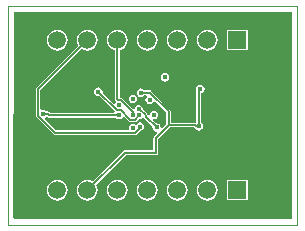
<source format=gbl>
G04 Layer_Physical_Order=4*
G04 Layer_Color=16711680*
%FSAX44Y44*%
%MOMM*%
G71*
G01*
G75*
%ADD18C,0.1524*%
%ADD19C,0.1270*%
%ADD20C,0.1016*%
%ADD21C,1.5000*%
%ADD22R,1.5000X1.5000*%
%ADD23C,0.4500*%
%ADD24C,0.4000*%
G36*
X00260250Y00006063D02*
X00259750Y00005000D01*
X00025649D01*
X00024751Y00005899D01*
X00025000Y00180000D01*
X00260250D01*
Y00006063D01*
D02*
G37*
%LPC*%
G36*
X00163450Y00038346D02*
X00161161Y00038044D01*
X00159027Y00037161D01*
X00157195Y00035755D01*
X00155789Y00033923D01*
X00154906Y00031789D01*
X00154604Y00029500D01*
X00154906Y00027211D01*
X00155789Y00025077D01*
X00157195Y00023245D01*
X00159027Y00021839D01*
X00161161Y00020956D01*
X00163450Y00020654D01*
X00165739Y00020956D01*
X00167873Y00021839D01*
X00169705Y00023245D01*
X00171111Y00025077D01*
X00171994Y00027211D01*
X00172296Y00029500D01*
X00171994Y00031789D01*
X00171111Y00033923D01*
X00169705Y00035755D01*
X00167873Y00037161D01*
X00165739Y00038044D01*
X00163450Y00038346D01*
D02*
G37*
G36*
X00188850D02*
X00186561Y00038044D01*
X00184427Y00037161D01*
X00182595Y00035755D01*
X00181189Y00033923D01*
X00180306Y00031789D01*
X00180004Y00029500D01*
X00180306Y00027211D01*
X00181189Y00025077D01*
X00182595Y00023245D01*
X00184427Y00021839D01*
X00186561Y00020956D01*
X00188850Y00020654D01*
X00191139Y00020956D01*
X00193273Y00021839D01*
X00195105Y00023245D01*
X00196511Y00025077D01*
X00197394Y00027211D01*
X00197696Y00029500D01*
X00197394Y00031789D01*
X00196511Y00033923D01*
X00195105Y00035755D01*
X00193273Y00037161D01*
X00191139Y00038044D01*
X00188850Y00038346D01*
D02*
G37*
G36*
X00223020Y00038270D02*
X00205480D01*
Y00020730D01*
X00223020D01*
Y00038270D01*
D02*
G37*
G36*
X00061850Y00038346D02*
X00059561Y00038044D01*
X00057427Y00037161D01*
X00055595Y00035755D01*
X00054189Y00033923D01*
X00053306Y00031789D01*
X00053004Y00029500D01*
X00053306Y00027211D01*
X00054189Y00025077D01*
X00055595Y00023245D01*
X00057427Y00021839D01*
X00059561Y00020956D01*
X00061850Y00020654D01*
X00064139Y00020956D01*
X00066273Y00021839D01*
X00068105Y00023245D01*
X00069511Y00025077D01*
X00070394Y00027211D01*
X00070696Y00029500D01*
X00070394Y00031789D01*
X00069511Y00033923D01*
X00068105Y00035755D01*
X00066273Y00037161D01*
X00064139Y00038044D01*
X00061850Y00038346D01*
D02*
G37*
G36*
X00112650D02*
X00110361Y00038044D01*
X00108227Y00037161D01*
X00106395Y00035755D01*
X00104989Y00033923D01*
X00104106Y00031789D01*
X00103804Y00029500D01*
X00104106Y00027211D01*
X00104989Y00025077D01*
X00106395Y00023245D01*
X00108227Y00021839D01*
X00110361Y00020956D01*
X00112650Y00020654D01*
X00114939Y00020956D01*
X00117073Y00021839D01*
X00118905Y00023245D01*
X00120311Y00025077D01*
X00121194Y00027211D01*
X00121496Y00029500D01*
X00121194Y00031789D01*
X00120311Y00033923D01*
X00118905Y00035755D01*
X00117073Y00037161D01*
X00114939Y00038044D01*
X00112650Y00038346D01*
D02*
G37*
G36*
X00138050D02*
X00135761Y00038044D01*
X00133627Y00037161D01*
X00131795Y00035755D01*
X00130389Y00033923D01*
X00129506Y00031789D01*
X00129204Y00029500D01*
X00129506Y00027211D01*
X00130389Y00025077D01*
X00131795Y00023245D01*
X00133627Y00021839D01*
X00135761Y00020956D01*
X00138050Y00020654D01*
X00140339Y00020956D01*
X00142473Y00021839D01*
X00144305Y00023245D01*
X00145711Y00025077D01*
X00146594Y00027211D01*
X00146896Y00029500D01*
X00146594Y00031789D01*
X00145711Y00033923D01*
X00144305Y00035755D01*
X00142473Y00037161D01*
X00140339Y00038044D01*
X00138050Y00038346D01*
D02*
G37*
G36*
X00125795Y00110400D02*
X00124422Y00110127D01*
X00123258Y00109349D01*
X00122480Y00108184D01*
X00122207Y00106811D01*
X00122480Y00105438D01*
X00123258Y00104273D01*
X00124422Y00103495D01*
X00125795Y00103222D01*
X00127169Y00103495D01*
X00128333Y00104273D01*
X00129111Y00105438D01*
X00129384Y00106811D01*
X00129111Y00108184D01*
X00128333Y00109349D01*
X00127169Y00110127D01*
X00125795Y00110400D01*
D02*
G37*
G36*
X00163450Y00165346D02*
X00161161Y00165044D01*
X00159027Y00164161D01*
X00157195Y00162755D01*
X00155789Y00160923D01*
X00154906Y00158789D01*
X00154604Y00156500D01*
X00154906Y00154211D01*
X00155789Y00152077D01*
X00157195Y00150245D01*
X00159027Y00148839D01*
X00161161Y00147956D01*
X00163450Y00147654D01*
X00165739Y00147956D01*
X00167873Y00148839D01*
X00169705Y00150245D01*
X00171111Y00152077D01*
X00171994Y00154211D01*
X00172296Y00156500D01*
X00171994Y00158789D01*
X00171111Y00160923D01*
X00169705Y00162755D01*
X00167873Y00164161D01*
X00165739Y00165044D01*
X00163450Y00165346D01*
D02*
G37*
G36*
X00188850D02*
X00186561Y00165044D01*
X00184427Y00164161D01*
X00182595Y00162755D01*
X00181189Y00160923D01*
X00180306Y00158789D01*
X00180004Y00156500D01*
X00180306Y00154211D01*
X00181189Y00152077D01*
X00182595Y00150245D01*
X00184427Y00148839D01*
X00186561Y00147956D01*
X00188850Y00147654D01*
X00191139Y00147956D01*
X00193273Y00148839D01*
X00195105Y00150245D01*
X00196511Y00152077D01*
X00197394Y00154211D01*
X00197696Y00156500D01*
X00197394Y00158789D01*
X00196511Y00160923D01*
X00195105Y00162755D01*
X00193273Y00164161D01*
X00191139Y00165044D01*
X00188850Y00165346D01*
D02*
G37*
G36*
X00223020Y00165270D02*
X00205480D01*
Y00147730D01*
X00223020D01*
Y00165270D01*
D02*
G37*
G36*
X00138050Y00165346D02*
X00135761Y00165044D01*
X00133627Y00164161D01*
X00131795Y00162755D01*
X00130389Y00160923D01*
X00129506Y00158789D01*
X00129204Y00156500D01*
X00129506Y00154211D01*
X00130389Y00152077D01*
X00131795Y00150245D01*
X00133627Y00148839D01*
X00135761Y00147956D01*
X00138050Y00147654D01*
X00140339Y00147956D01*
X00142473Y00148839D01*
X00144305Y00150245D01*
X00145711Y00152077D01*
X00146594Y00154211D01*
X00146896Y00156500D01*
X00146594Y00158789D01*
X00145711Y00160923D01*
X00144305Y00162755D01*
X00142473Y00164161D01*
X00140339Y00165044D01*
X00138050Y00165346D01*
D02*
G37*
G36*
X00153000Y00128589D02*
X00151627Y00128316D01*
X00150462Y00127538D01*
X00149684Y00126373D01*
X00149411Y00125000D01*
X00149684Y00123627D01*
X00150462Y00122462D01*
X00151627Y00121684D01*
X00153000Y00121411D01*
X00154373Y00121684D01*
X00155538Y00122462D01*
X00156316Y00123627D01*
X00156589Y00125000D01*
X00156316Y00126373D01*
X00155538Y00127538D01*
X00154373Y00128316D01*
X00153000Y00128589D01*
D02*
G37*
G36*
X00061850Y00165346D02*
X00059561Y00165044D01*
X00057427Y00164161D01*
X00055595Y00162755D01*
X00054189Y00160923D01*
X00053306Y00158789D01*
X00053004Y00156500D01*
X00053306Y00154211D01*
X00054189Y00152077D01*
X00055595Y00150245D01*
X00057427Y00148839D01*
X00059561Y00147956D01*
X00061850Y00147654D01*
X00064139Y00147956D01*
X00066273Y00148839D01*
X00068105Y00150245D01*
X00069511Y00152077D01*
X00070394Y00154211D01*
X00070696Y00156500D01*
X00070394Y00158789D01*
X00069511Y00160923D01*
X00068105Y00162755D01*
X00066273Y00164161D01*
X00064139Y00165044D01*
X00061850Y00165346D01*
D02*
G37*
G36*
X00112650D02*
X00110361Y00165044D01*
X00108227Y00164161D01*
X00106395Y00162755D01*
X00104989Y00160923D01*
X00104106Y00158789D01*
X00103804Y00156500D01*
X00104106Y00154211D01*
X00104989Y00152077D01*
X00106395Y00150245D01*
X00108227Y00148839D01*
X00110361Y00147956D01*
X00110708Y00147910D01*
Y00106350D01*
X00110856Y00105606D01*
X00111277Y00104976D01*
X00111552Y00104701D01*
X00111469Y00103855D01*
X00110935Y00103055D01*
X00109496Y00102698D01*
X00100104Y00112090D01*
X00100244Y00112793D01*
X00099971Y00114166D01*
X00099193Y00115330D01*
X00098028Y00116108D01*
X00096655Y00116381D01*
X00095282Y00116108D01*
X00094117Y00115330D01*
X00093339Y00114166D01*
X00093066Y00112793D01*
X00093339Y00111419D01*
X00094117Y00110255D01*
X00095282Y00109477D01*
X00096655Y00109204D01*
X00097357Y00109343D01*
X00110359Y00096342D01*
X00109833Y00095072D01*
X00055702D01*
X00055309Y00095465D01*
X00054637Y00095914D01*
X00053844Y00096072D01*
X00053844Y00096072D01*
X00052849D01*
X00052538Y00096538D01*
X00051373Y00097316D01*
X00050000Y00097589D01*
X00048712Y00097333D01*
X00048593Y00097337D01*
X00047442Y00098052D01*
Y00113946D01*
X00082549Y00149053D01*
X00082827Y00148839D01*
X00084961Y00147956D01*
X00087250Y00147654D01*
X00089539Y00147956D01*
X00091673Y00148839D01*
X00093505Y00150245D01*
X00094911Y00152077D01*
X00095794Y00154211D01*
X00096096Y00156500D01*
X00095794Y00158789D01*
X00094911Y00160923D01*
X00093505Y00162755D01*
X00091673Y00164161D01*
X00089539Y00165044D01*
X00087250Y00165346D01*
X00084961Y00165044D01*
X00082827Y00164161D01*
X00080995Y00162755D01*
X00079589Y00160923D01*
X00078706Y00158789D01*
X00078404Y00156500D01*
X00078706Y00154211D01*
X00079589Y00152077D01*
X00079803Y00151799D01*
X00044127Y00116123D01*
X00043706Y00115493D01*
X00043558Y00114750D01*
Y00092624D01*
X00043706Y00091881D01*
X00044127Y00091250D01*
X00058651Y00076726D01*
X00059282Y00076304D01*
X00060025Y00076157D01*
X00060025Y00076157D01*
X00127727D01*
X00128470Y00076304D01*
X00129101Y00076726D01*
X00132151Y00079776D01*
X00133150Y00079974D01*
X00134314Y00080752D01*
X00135092Y00081917D01*
X00135365Y00083290D01*
X00135092Y00084664D01*
X00134314Y00085828D01*
X00133150Y00086606D01*
X00131776Y00086879D01*
X00130403Y00086606D01*
X00129238Y00085828D01*
X00128546Y00084792D01*
X00128544D01*
X00127380Y00085570D01*
X00126006Y00085843D01*
X00124633Y00085570D01*
X00123468Y00084792D01*
X00122690Y00083627D01*
X00122417Y00082254D01*
X00122605Y00081311D01*
X00121840Y00080041D01*
X00060830D01*
X00051381Y00089489D01*
X00051739Y00090928D01*
X00052237Y00091261D01*
X00053379Y00091535D01*
X00054051Y00091086D01*
X00054844Y00090928D01*
X00054844Y00090928D01*
X00111151D01*
X00111462Y00090462D01*
X00112627Y00089684D01*
X00114000Y00089411D01*
X00115373Y00089684D01*
X00116538Y00090462D01*
X00117072Y00091261D01*
X00118511Y00091619D01*
X00122408Y00087722D01*
X00122408Y00087721D01*
X00123038Y00087300D01*
X00123781Y00087153D01*
X00127655D01*
X00128398Y00087300D01*
X00129028Y00087721D01*
X00130790Y00089483D01*
X00131280Y00089386D01*
X00132556Y00089640D01*
X00133638Y00090363D01*
X00133782Y00090579D01*
X00134173Y00090644D01*
X00135242Y00090478D01*
X00135457Y00090157D01*
X00142411Y00083202D01*
X00142271Y00082500D01*
X00142544Y00081127D01*
X00143322Y00079962D01*
X00144487Y00079184D01*
X00145761Y00078931D01*
X00146004Y00078550D01*
X00146337Y00077711D01*
X00143885Y00075259D01*
X00143436Y00074587D01*
X00143278Y00073794D01*
X00143278Y00073794D01*
Y00063282D01*
X00118960D01*
X00118960Y00063282D01*
X00118167Y00063124D01*
X00117495Y00062675D01*
X00091847Y00037027D01*
X00091673Y00037161D01*
X00089539Y00038044D01*
X00087250Y00038346D01*
X00084961Y00038044D01*
X00082827Y00037161D01*
X00080995Y00035755D01*
X00079589Y00033923D01*
X00078706Y00031789D01*
X00078404Y00029500D01*
X00078706Y00027211D01*
X00079589Y00025077D01*
X00080995Y00023245D01*
X00082827Y00021839D01*
X00084961Y00020956D01*
X00087250Y00020654D01*
X00089539Y00020956D01*
X00091673Y00021839D01*
X00093505Y00023245D01*
X00094911Y00025077D01*
X00095794Y00027211D01*
X00096096Y00029500D01*
X00095794Y00031789D01*
X00094911Y00033923D01*
X00094777Y00034097D01*
X00119818Y00059138D01*
X00145350D01*
X00146143Y00059296D01*
X00146815Y00059745D01*
X00147264Y00060417D01*
X00147422Y00061210D01*
Y00072936D01*
X00156988Y00082502D01*
X00177251D01*
X00177627Y00082127D01*
X00178257Y00081706D01*
X00178498Y00081658D01*
X00178962Y00080962D01*
X00180127Y00080184D01*
X00181500Y00079911D01*
X00182873Y00080184D01*
X00184038Y00080962D01*
X00184816Y00082127D01*
X00185089Y00083500D01*
X00184816Y00084873D01*
X00184038Y00086038D01*
X00183442Y00086436D01*
Y00111499D01*
X00184373Y00111684D01*
X00185538Y00112462D01*
X00186316Y00113627D01*
X00186589Y00115000D01*
X00186316Y00116373D01*
X00185538Y00117538D01*
X00184373Y00118316D01*
X00183000Y00118589D01*
X00181627Y00118316D01*
X00180462Y00117538D01*
X00179684Y00116373D01*
X00179411Y00115000D01*
X00179634Y00113881D01*
X00179558Y00113500D01*
Y00087259D01*
X00179388Y00087031D01*
X00178331Y00086332D01*
X00178056Y00086386D01*
X00158072D01*
Y00096056D01*
X00157914Y00096848D01*
X00157465Y00097521D01*
X00157465Y00097521D01*
X00141515Y00113470D01*
X00140843Y00113920D01*
X00140050Y00114077D01*
X00140050Y00114077D01*
X00135356D01*
X00135044Y00114543D01*
X00133880Y00115321D01*
X00132507Y00115594D01*
X00131133Y00115321D01*
X00129969Y00114543D01*
X00129191Y00113379D01*
X00128918Y00112006D01*
X00129191Y00110632D01*
X00129969Y00109468D01*
X00131133Y00108690D01*
X00132507Y00108417D01*
X00133880Y00108690D01*
X00135044Y00109468D01*
X00135356Y00109934D01*
X00137265D01*
X00137651Y00108664D01*
X00137462Y00108538D01*
X00136684Y00107373D01*
X00136411Y00106000D01*
X00136684Y00104627D01*
X00137462Y00103462D01*
X00138627Y00102684D01*
X00140000Y00102411D01*
X00141373Y00102684D01*
X00142538Y00103462D01*
X00143070Y00104259D01*
X00144510Y00104616D01*
X00153928Y00095197D01*
Y00085302D01*
X00150649Y00082023D01*
X00149810Y00082357D01*
X00149429Y00082599D01*
X00149176Y00083873D01*
X00148398Y00085038D01*
X00147233Y00085816D01*
X00145860Y00086089D01*
X00145158Y00085949D01*
X00142483Y00088624D01*
X00143108Y00089795D01*
X00143757Y00089666D01*
X00145130Y00089939D01*
X00146295Y00090717D01*
X00147073Y00091881D01*
X00147346Y00093255D01*
X00147073Y00094628D01*
X00146295Y00095792D01*
X00145130Y00096570D01*
X00143757Y00096844D01*
X00142384Y00096570D01*
X00141219Y00095792D01*
X00140441Y00094628D01*
X00140254Y00093684D01*
X00139244Y00093081D01*
X00138925Y00093021D01*
X00138675Y00093179D01*
X00138624Y00093436D01*
X00138203Y00094066D01*
X00134068Y00098201D01*
X00134084Y00098280D01*
X00133830Y00099556D01*
X00133108Y00100638D01*
X00132026Y00101360D01*
X00130750Y00101614D01*
X00129474Y00101360D01*
X00128392Y00100638D01*
X00127670Y00099556D01*
X00127424Y00098319D01*
X00127251Y00098201D01*
X00126234Y00097712D01*
X00117101Y00106845D01*
X00116471Y00107266D01*
X00115728Y00107414D01*
X00114592D01*
Y00147910D01*
X00114939Y00147956D01*
X00117073Y00148839D01*
X00118905Y00150245D01*
X00120311Y00152077D01*
X00121194Y00154211D01*
X00121496Y00156500D01*
X00121194Y00158789D01*
X00120311Y00160923D01*
X00118905Y00162755D01*
X00117073Y00164161D01*
X00114939Y00165044D01*
X00112650Y00165346D01*
D02*
G37*
%LPD*%
D18*
X00087250Y00029500D02*
X00118960Y00061210D01*
X00145350D01*
Y00073794D01*
X00156000Y00084444D01*
Y00096056D01*
X00140050Y00112006D02*
X00156000Y00096056D01*
X00132507Y00112006D02*
X00140050D01*
X00132507Y00110506D02*
Y00112006D01*
X00053844Y00094000D02*
X00054844Y00093000D01*
X00050000Y00094000D02*
X00053844D01*
X00087250Y00024000D02*
X00090000Y00026750D01*
X00054844Y00093000D02*
X00114000D01*
D19*
X00136830Y00091530D02*
X00145860Y00082500D01*
X00136830Y00091530D02*
Y00092692D01*
X00131243Y00098280D02*
X00136830Y00092692D01*
X00130750Y00098280D02*
X00131243D01*
X00156000Y00084444D02*
X00178056D01*
X00112650Y00106350D02*
Y00156500D01*
X00045500Y00114750D02*
X00087250Y00156500D01*
X00181500Y00113500D02*
X00183000Y00115000D01*
X00181500Y00083500D02*
Y00113500D01*
X00112650Y00162500D02*
X00115650Y00159500D01*
X00131776Y00082148D02*
Y00083290D01*
X00045500Y00092624D02*
Y00114750D01*
X00127727Y00078099D02*
X00131776Y00082148D01*
X00045500Y00092624D02*
X00060025Y00078099D01*
X00127727D01*
X00178056Y00084444D02*
X00179000Y00083500D01*
X00181500D01*
X00112650Y00106350D02*
X00113528Y00105472D01*
X00115728D01*
X00126000Y00093000D02*
Y00095200D01*
X00115728Y00105472D02*
X00126000Y00095200D01*
X00115721Y00097155D02*
X00123781Y00089095D01*
X00112292Y00097155D02*
X00115721D01*
X00096655Y00112793D02*
X00112292Y00097155D01*
X00123781Y00089095D02*
X00127655D01*
X00131280Y00092720D01*
D20*
X00020000Y00000000D02*
Y00185000D01*
X00265000D01*
Y00000000D02*
Y00185000D01*
X00020000Y00000000D02*
X00265000D01*
D21*
X00061850Y00029500D02*
D03*
X00087250D02*
D03*
X00112650D02*
D03*
X00138050D02*
D03*
X00188850D02*
D03*
X00163450D02*
D03*
X00061850Y00156500D02*
D03*
X00087250D02*
D03*
X00112650D02*
D03*
X00138050D02*
D03*
X00188850D02*
D03*
X00163450D02*
D03*
D22*
X00214250Y00029500D02*
D03*
Y00156500D02*
D03*
D23*
X00096655Y00112793D02*
D03*
X00145860Y00082500D02*
D03*
X00132507Y00112006D02*
D03*
X00050000Y00094000D02*
D03*
X00153000Y00125000D02*
D03*
X00183000Y00115000D02*
D03*
X00181500Y00083500D02*
D03*
X00143757Y00093255D02*
D03*
X00114000Y00093000D02*
D03*
X00126006Y00082254D02*
D03*
X00131776Y00083290D02*
D03*
X00125795Y00106811D02*
D03*
X00114007Y00101317D02*
D03*
X00140000Y00106000D02*
D03*
D24*
X00130750Y00098280D02*
D03*
X00125800Y00093000D02*
D03*
X00131280Y00092720D02*
D03*
M02*

</source>
